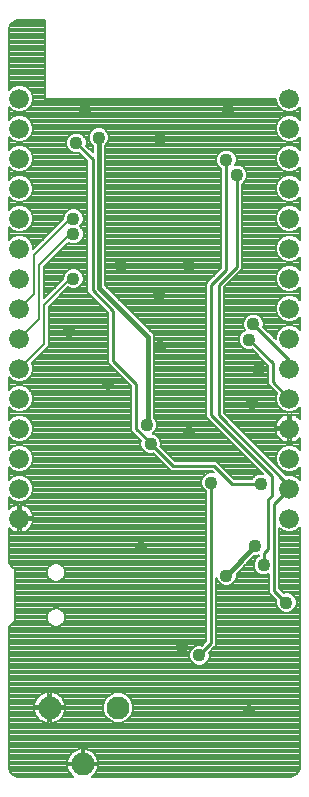
<source format=gbl>
G75*
%MOIN*%
%OFA0B0*%
%FSLAX25Y25*%
%IPPOS*%
%LPD*%
%AMOC8*
5,1,8,0,0,1.08239X$1,22.5*
%
%ADD10C,0.06600*%
%ADD11C,0.07677*%
%ADD12C,0.04362*%
%ADD13C,0.04165*%
%ADD14C,0.00800*%
%ADD15C,0.01600*%
%ADD16C,0.01000*%
D10*
X0026095Y0096400D03*
X0026095Y0106400D03*
X0026095Y0116400D03*
X0026095Y0126400D03*
X0026095Y0136400D03*
X0026095Y0146400D03*
X0026095Y0156400D03*
X0026095Y0166400D03*
X0026095Y0176400D03*
X0026095Y0186400D03*
X0026095Y0196400D03*
X0026095Y0206400D03*
X0026095Y0216400D03*
X0026095Y0226400D03*
X0026095Y0236400D03*
X0116095Y0236400D03*
X0116095Y0226400D03*
X0116095Y0216400D03*
X0116095Y0206400D03*
X0116095Y0196400D03*
X0116095Y0186400D03*
X0116095Y0176400D03*
X0116095Y0166400D03*
X0116095Y0156400D03*
X0116095Y0146400D03*
X0116095Y0136400D03*
X0116095Y0126400D03*
X0116095Y0116400D03*
X0116095Y0106400D03*
X0116095Y0096400D03*
D11*
X0059032Y0033400D03*
X0047221Y0014502D03*
X0036198Y0033400D03*
D12*
X0066495Y0086650D03*
X0069845Y0121400D03*
X0068595Y0127650D03*
X0072820Y0153550D03*
X0072595Y0170900D03*
X0082595Y0180900D03*
X0098595Y0210900D03*
X0095095Y0215900D03*
X0095595Y0232400D03*
X0073095Y0222900D03*
X0052595Y0223400D03*
X0048095Y0232400D03*
X0045095Y0221585D03*
X0044095Y0196400D03*
X0044095Y0191238D03*
X0044095Y0176400D03*
X0042595Y0158900D03*
X0060095Y0180900D03*
X0082745Y0124775D03*
X0090095Y0108400D03*
X0103595Y0134900D03*
X0105995Y0145900D03*
X0102595Y0156062D03*
X0104114Y0161224D03*
X0106595Y0107900D03*
X0104696Y0087400D03*
X0107595Y0080900D03*
X0115095Y0068400D03*
X0095095Y0077400D03*
X0086095Y0050775D03*
X0080245Y0053525D03*
D13*
X0102595Y0032400D03*
X0055545Y0141400D03*
D14*
X0022564Y0013198D02*
X0023102Y0011900D01*
X0024095Y0010907D01*
X0025393Y0010369D01*
X0026095Y0010300D01*
X0044093Y0010300D01*
X0043808Y0010507D01*
X0043225Y0011090D01*
X0042741Y0011757D01*
X0042366Y0012491D01*
X0042112Y0013276D01*
X0041983Y0014090D01*
X0041983Y0014102D01*
X0046821Y0014102D01*
X0046821Y0014902D01*
X0041983Y0014902D01*
X0041983Y0014915D01*
X0042112Y0015729D01*
X0042366Y0016513D01*
X0042741Y0017248D01*
X0043225Y0017915D01*
X0043808Y0018498D01*
X0044476Y0018983D01*
X0045210Y0019357D01*
X0045994Y0019612D01*
X0046809Y0019741D01*
X0046821Y0019741D01*
X0046821Y0014902D01*
X0047621Y0014902D01*
X0052460Y0014902D01*
X0052460Y0014915D01*
X0052331Y0015729D01*
X0052076Y0016513D01*
X0051702Y0017248D01*
X0051217Y0017915D01*
X0050634Y0018498D01*
X0049967Y0018983D01*
X0049232Y0019357D01*
X0048448Y0019612D01*
X0047633Y0019741D01*
X0047621Y0019741D01*
X0047621Y0014902D01*
X0047621Y0014102D01*
X0052460Y0014102D01*
X0052460Y0014090D01*
X0052331Y0013276D01*
X0052076Y0012491D01*
X0051702Y0011757D01*
X0051217Y0011090D01*
X0050634Y0010507D01*
X0050349Y0010300D01*
X0116095Y0010300D01*
X0116797Y0010369D01*
X0118095Y0010907D01*
X0119088Y0011900D01*
X0119626Y0013198D01*
X0119695Y0013900D01*
X0119695Y0093636D01*
X0118644Y0092585D01*
X0116990Y0091900D01*
X0115200Y0091900D01*
X0113546Y0092585D01*
X0112795Y0093336D01*
X0112795Y0073104D01*
X0114207Y0071692D01*
X0114423Y0071781D01*
X0115768Y0071781D01*
X0117010Y0071266D01*
X0117961Y0070315D01*
X0118476Y0069073D01*
X0118476Y0067727D01*
X0117961Y0066485D01*
X0117010Y0065534D01*
X0115768Y0065019D01*
X0114423Y0065019D01*
X0113180Y0065534D01*
X0112229Y0066485D01*
X0111714Y0067727D01*
X0111714Y0069073D01*
X0111803Y0069288D01*
X0110391Y0070700D01*
X0109395Y0071696D01*
X0109395Y0077986D01*
X0108268Y0077519D01*
X0106923Y0077519D01*
X0105680Y0078034D01*
X0104729Y0078985D01*
X0104214Y0080227D01*
X0104214Y0081573D01*
X0104729Y0082815D01*
X0105680Y0083766D01*
X0105895Y0083855D01*
X0105895Y0084237D01*
X0105369Y0084019D01*
X0104223Y0084019D01*
X0098476Y0078034D01*
X0098476Y0076727D01*
X0097961Y0075485D01*
X0097010Y0074534D01*
X0095768Y0074019D01*
X0094423Y0074019D01*
X0093180Y0074534D01*
X0092229Y0075485D01*
X0091795Y0076532D01*
X0091795Y0054071D01*
X0090799Y0053075D01*
X0089387Y0051663D01*
X0089476Y0051448D01*
X0089476Y0050102D01*
X0088961Y0048860D01*
X0088010Y0047909D01*
X0086768Y0047394D01*
X0085423Y0047394D01*
X0084180Y0047909D01*
X0083229Y0048860D01*
X0082714Y0050102D01*
X0082714Y0051448D01*
X0083229Y0052690D01*
X0084180Y0053641D01*
X0085423Y0054156D01*
X0086768Y0054156D01*
X0086983Y0054067D01*
X0088395Y0055479D01*
X0088395Y0105444D01*
X0088180Y0105534D01*
X0087229Y0106485D01*
X0086714Y0107727D01*
X0086714Y0109073D01*
X0087229Y0110315D01*
X0088180Y0111266D01*
X0089423Y0111781D01*
X0090768Y0111781D01*
X0090840Y0111751D01*
X0090391Y0112200D01*
X0076641Y0112200D01*
X0075645Y0113196D01*
X0070733Y0118108D01*
X0070518Y0118019D01*
X0069173Y0118019D01*
X0067930Y0118534D01*
X0066979Y0119485D01*
X0066464Y0120727D01*
X0066464Y0122073D01*
X0066576Y0122342D01*
X0064410Y0124508D01*
X0063414Y0125504D01*
X0063414Y0140427D01*
X0056641Y0147200D01*
X0055645Y0148196D01*
X0055645Y0164976D01*
X0049791Y0170830D01*
X0048795Y0171826D01*
X0048795Y0215481D01*
X0045983Y0218293D01*
X0045768Y0218204D01*
X0044423Y0218204D01*
X0043180Y0218719D01*
X0042229Y0219670D01*
X0041714Y0220912D01*
X0041714Y0222258D01*
X0042229Y0223500D01*
X0043180Y0224451D01*
X0044423Y0224966D01*
X0045768Y0224966D01*
X0047010Y0224451D01*
X0047961Y0223500D01*
X0048476Y0222258D01*
X0048476Y0220912D01*
X0048387Y0220697D01*
X0050595Y0218489D01*
X0050595Y0220618D01*
X0049729Y0221485D01*
X0049214Y0222727D01*
X0049214Y0224073D01*
X0049729Y0225315D01*
X0050680Y0226266D01*
X0051923Y0226781D01*
X0053268Y0226781D01*
X0054510Y0226266D01*
X0055461Y0225315D01*
X0055976Y0224073D01*
X0055976Y0222727D01*
X0055461Y0221485D01*
X0054595Y0220618D01*
X0054595Y0174228D01*
X0069867Y0158956D01*
X0071039Y0157785D01*
X0071039Y0129988D01*
X0071461Y0129565D01*
X0071976Y0128323D01*
X0071976Y0126977D01*
X0071461Y0125735D01*
X0070510Y0124784D01*
X0070504Y0124781D01*
X0070518Y0124781D01*
X0071760Y0124266D01*
X0072711Y0123315D01*
X0073226Y0122073D01*
X0073226Y0120727D01*
X0073137Y0120512D01*
X0078049Y0115600D01*
X0091799Y0115600D01*
X0092795Y0114604D01*
X0097799Y0109600D01*
X0103640Y0109600D01*
X0103729Y0109815D01*
X0104680Y0110766D01*
X0105923Y0111281D01*
X0107264Y0111281D01*
X0088395Y0130150D01*
X0088395Y0174904D01*
X0093414Y0179923D01*
X0093414Y0212937D01*
X0093180Y0213034D01*
X0092229Y0213985D01*
X0091714Y0215227D01*
X0091714Y0216573D01*
X0092229Y0217815D01*
X0093180Y0218766D01*
X0094423Y0219281D01*
X0095768Y0219281D01*
X0097010Y0218766D01*
X0097961Y0217815D01*
X0098476Y0216573D01*
X0098476Y0215227D01*
X0098084Y0214281D01*
X0099268Y0214281D01*
X0100510Y0213766D01*
X0101461Y0212815D01*
X0101976Y0211573D01*
X0101976Y0210227D01*
X0101461Y0208985D01*
X0100510Y0208034D01*
X0100295Y0207944D01*
X0100295Y0179450D01*
X0099299Y0178454D01*
X0094295Y0173450D01*
X0094295Y0131604D01*
X0115058Y0110841D01*
X0115200Y0110900D01*
X0116990Y0110900D01*
X0118644Y0110215D01*
X0119695Y0109164D01*
X0119695Y0113636D01*
X0118644Y0112585D01*
X0116990Y0111900D01*
X0115200Y0111900D01*
X0113546Y0112585D01*
X0112280Y0113851D01*
X0111595Y0115505D01*
X0111595Y0117295D01*
X0112280Y0118949D01*
X0113546Y0120215D01*
X0115200Y0120900D01*
X0116990Y0120900D01*
X0118644Y0120215D01*
X0119695Y0119164D01*
X0119695Y0123359D01*
X0119680Y0123338D01*
X0119157Y0122815D01*
X0118558Y0122380D01*
X0117899Y0122044D01*
X0117196Y0121816D01*
X0116495Y0121705D01*
X0116495Y0126000D01*
X0115695Y0126000D01*
X0111400Y0126000D01*
X0111511Y0125299D01*
X0111739Y0124596D01*
X0112075Y0123937D01*
X0112510Y0123338D01*
X0113033Y0122815D01*
X0113632Y0122380D01*
X0114291Y0122044D01*
X0114995Y0121816D01*
X0115695Y0121705D01*
X0115695Y0126000D01*
X0115695Y0126800D01*
X0111400Y0126800D01*
X0111511Y0127501D01*
X0111739Y0128204D01*
X0112075Y0128863D01*
X0112510Y0129462D01*
X0113033Y0129985D01*
X0113632Y0130420D01*
X0114291Y0130756D01*
X0114995Y0130984D01*
X0115695Y0131095D01*
X0115695Y0126800D01*
X0116495Y0126800D01*
X0116495Y0131095D01*
X0117196Y0130984D01*
X0117899Y0130756D01*
X0118558Y0130420D01*
X0119157Y0129985D01*
X0119680Y0129462D01*
X0119695Y0129441D01*
X0119695Y0133636D01*
X0118644Y0132585D01*
X0116990Y0131900D01*
X0115200Y0131900D01*
X0113546Y0132585D01*
X0112280Y0133851D01*
X0111595Y0135505D01*
X0111595Y0137295D01*
X0111947Y0138144D01*
X0109872Y0140219D01*
X0108876Y0141215D01*
X0108876Y0147377D01*
X0103483Y0152770D01*
X0103268Y0152681D01*
X0101923Y0152681D01*
X0100680Y0153196D01*
X0099729Y0154147D01*
X0099214Y0155390D01*
X0099214Y0156735D01*
X0099729Y0157977D01*
X0100680Y0158929D01*
X0101351Y0159206D01*
X0101248Y0159309D01*
X0100733Y0160552D01*
X0100733Y0161897D01*
X0101248Y0163140D01*
X0102199Y0164091D01*
X0103441Y0164605D01*
X0104787Y0164605D01*
X0106029Y0164091D01*
X0106980Y0163140D01*
X0107495Y0161897D01*
X0107495Y0160552D01*
X0107406Y0160337D01*
X0111595Y0156147D01*
X0111595Y0157295D01*
X0112280Y0158949D01*
X0113546Y0160215D01*
X0115200Y0160900D01*
X0116990Y0160900D01*
X0118644Y0160215D01*
X0119695Y0159164D01*
X0119695Y0163636D01*
X0118644Y0162585D01*
X0116990Y0161900D01*
X0115200Y0161900D01*
X0113546Y0162585D01*
X0112280Y0163851D01*
X0111595Y0165505D01*
X0111595Y0167295D01*
X0112280Y0168949D01*
X0113546Y0170215D01*
X0115200Y0170900D01*
X0116990Y0170900D01*
X0118644Y0170215D01*
X0119695Y0169164D01*
X0119695Y0173636D01*
X0118644Y0172585D01*
X0116990Y0171900D01*
X0115200Y0171900D01*
X0113546Y0172585D01*
X0112280Y0173851D01*
X0111595Y0175505D01*
X0111595Y0177295D01*
X0112280Y0178949D01*
X0113546Y0180215D01*
X0115200Y0180900D01*
X0116990Y0180900D01*
X0118644Y0180215D01*
X0119695Y0179164D01*
X0119695Y0183636D01*
X0118644Y0182585D01*
X0116990Y0181900D01*
X0115200Y0181900D01*
X0113546Y0182585D01*
X0112280Y0183851D01*
X0111595Y0185505D01*
X0111595Y0187295D01*
X0112280Y0188949D01*
X0113546Y0190215D01*
X0115200Y0190900D01*
X0116990Y0190900D01*
X0118644Y0190215D01*
X0119695Y0189164D01*
X0119695Y0193636D01*
X0118644Y0192585D01*
X0116990Y0191900D01*
X0115200Y0191900D01*
X0113546Y0192585D01*
X0112280Y0193851D01*
X0111595Y0195505D01*
X0111595Y0197295D01*
X0112280Y0198949D01*
X0113546Y0200215D01*
X0115200Y0200900D01*
X0116990Y0200900D01*
X0118644Y0200215D01*
X0119695Y0199164D01*
X0119695Y0203636D01*
X0118644Y0202585D01*
X0116990Y0201900D01*
X0115200Y0201900D01*
X0113546Y0202585D01*
X0112280Y0203851D01*
X0111595Y0205505D01*
X0111595Y0207295D01*
X0112280Y0208949D01*
X0113546Y0210215D01*
X0115200Y0210900D01*
X0116990Y0210900D01*
X0118644Y0210215D01*
X0119695Y0209164D01*
X0119695Y0213636D01*
X0118644Y0212585D01*
X0116990Y0211900D01*
X0115200Y0211900D01*
X0113546Y0212585D01*
X0112280Y0213851D01*
X0111595Y0215505D01*
X0111595Y0217295D01*
X0112280Y0218949D01*
X0113546Y0220215D01*
X0115200Y0220900D01*
X0116990Y0220900D01*
X0118644Y0220215D01*
X0119695Y0219164D01*
X0119695Y0223636D01*
X0118644Y0222585D01*
X0116990Y0221900D01*
X0115200Y0221900D01*
X0113546Y0222585D01*
X0112280Y0223851D01*
X0111595Y0225505D01*
X0111595Y0227295D01*
X0112280Y0228949D01*
X0113546Y0230215D01*
X0115200Y0230900D01*
X0116990Y0230900D01*
X0118644Y0230215D01*
X0119695Y0229164D01*
X0119695Y0233636D01*
X0118644Y0232585D01*
X0116990Y0231900D01*
X0115200Y0231900D01*
X0113546Y0232585D01*
X0112280Y0233851D01*
X0111595Y0235505D01*
X0111595Y0236400D01*
X0034695Y0236400D01*
X0034695Y0262500D01*
X0026095Y0262500D01*
X0025393Y0262431D01*
X0024095Y0261893D01*
X0023102Y0260900D01*
X0022564Y0259602D01*
X0022495Y0258900D01*
X0022495Y0239164D01*
X0023546Y0240215D01*
X0025200Y0240900D01*
X0026990Y0240900D01*
X0028644Y0240215D01*
X0029910Y0238949D01*
X0030595Y0237295D01*
X0030595Y0235505D01*
X0029910Y0233851D01*
X0028644Y0232585D01*
X0026990Y0231900D01*
X0025200Y0231900D01*
X0023546Y0232585D01*
X0022495Y0233636D01*
X0022495Y0229164D01*
X0023546Y0230215D01*
X0025200Y0230900D01*
X0026990Y0230900D01*
X0028644Y0230215D01*
X0029910Y0228949D01*
X0030595Y0227295D01*
X0030595Y0225505D01*
X0029910Y0223851D01*
X0028644Y0222585D01*
X0026990Y0221900D01*
X0025200Y0221900D01*
X0023546Y0222585D01*
X0022495Y0223636D01*
X0022495Y0219164D01*
X0023546Y0220215D01*
X0025200Y0220900D01*
X0026990Y0220900D01*
X0028644Y0220215D01*
X0029910Y0218949D01*
X0030595Y0217295D01*
X0030595Y0215505D01*
X0029910Y0213851D01*
X0028644Y0212585D01*
X0026990Y0211900D01*
X0025200Y0211900D01*
X0023546Y0212585D01*
X0022495Y0213636D01*
X0022495Y0209164D01*
X0023546Y0210215D01*
X0025200Y0210900D01*
X0026990Y0210900D01*
X0028644Y0210215D01*
X0029910Y0208949D01*
X0030595Y0207295D01*
X0030595Y0205505D01*
X0029910Y0203851D01*
X0028644Y0202585D01*
X0026990Y0201900D01*
X0025200Y0201900D01*
X0023546Y0202585D01*
X0022495Y0203636D01*
X0022495Y0199164D01*
X0023546Y0200215D01*
X0025200Y0200900D01*
X0026990Y0200900D01*
X0028644Y0200215D01*
X0029910Y0198949D01*
X0030595Y0197295D01*
X0030595Y0195505D01*
X0029910Y0193851D01*
X0028644Y0192585D01*
X0026990Y0191900D01*
X0025200Y0191900D01*
X0023546Y0192585D01*
X0022495Y0193636D01*
X0022495Y0189164D01*
X0023546Y0190215D01*
X0025200Y0190900D01*
X0026990Y0190900D01*
X0028644Y0190215D01*
X0029910Y0188949D01*
X0030595Y0187295D01*
X0030595Y0186147D01*
X0040714Y0196266D01*
X0040714Y0197073D01*
X0041229Y0198315D01*
X0042180Y0199266D01*
X0043423Y0199781D01*
X0044768Y0199781D01*
X0046010Y0199266D01*
X0046961Y0198315D01*
X0047476Y0197073D01*
X0047476Y0195727D01*
X0046961Y0194485D01*
X0046296Y0193819D01*
X0046961Y0193153D01*
X0047476Y0191910D01*
X0047476Y0190565D01*
X0046961Y0189323D01*
X0046010Y0188371D01*
X0044768Y0187857D01*
X0043423Y0187857D01*
X0042400Y0188280D01*
X0034295Y0180175D01*
X0034295Y0169863D01*
X0040714Y0176282D01*
X0040714Y0177073D01*
X0041229Y0178315D01*
X0042180Y0179266D01*
X0043423Y0179781D01*
X0044768Y0179781D01*
X0046010Y0179266D01*
X0046961Y0178315D01*
X0047476Y0177073D01*
X0047476Y0175727D01*
X0046961Y0174485D01*
X0046010Y0173534D01*
X0044768Y0173019D01*
X0043423Y0173019D01*
X0042400Y0173442D01*
X0035895Y0166937D01*
X0035895Y0153937D01*
X0030202Y0148244D01*
X0030595Y0147295D01*
X0030595Y0145505D01*
X0029910Y0143851D01*
X0028644Y0142585D01*
X0026990Y0141900D01*
X0025200Y0141900D01*
X0023546Y0142585D01*
X0022495Y0143636D01*
X0022495Y0139164D01*
X0023546Y0140215D01*
X0025200Y0140900D01*
X0026990Y0140900D01*
X0028644Y0140215D01*
X0029910Y0138949D01*
X0030595Y0137295D01*
X0030595Y0135505D01*
X0029910Y0133851D01*
X0028644Y0132585D01*
X0026990Y0131900D01*
X0025200Y0131900D01*
X0023546Y0132585D01*
X0022495Y0133636D01*
X0022495Y0129164D01*
X0023546Y0130215D01*
X0025200Y0130900D01*
X0026990Y0130900D01*
X0028644Y0130215D01*
X0029910Y0128949D01*
X0030595Y0127295D01*
X0030595Y0125505D01*
X0029910Y0123851D01*
X0028644Y0122585D01*
X0026990Y0121900D01*
X0025200Y0121900D01*
X0023546Y0122585D01*
X0022495Y0123636D01*
X0022495Y0119164D01*
X0023546Y0120215D01*
X0025200Y0120900D01*
X0026990Y0120900D01*
X0028644Y0120215D01*
X0029910Y0118949D01*
X0030595Y0117295D01*
X0030595Y0115505D01*
X0029910Y0113851D01*
X0028644Y0112585D01*
X0026990Y0111900D01*
X0025200Y0111900D01*
X0023546Y0112585D01*
X0022495Y0113636D01*
X0022495Y0109164D01*
X0023546Y0110215D01*
X0025200Y0110900D01*
X0026990Y0110900D01*
X0028644Y0110215D01*
X0029910Y0108949D01*
X0030595Y0107295D01*
X0030595Y0105505D01*
X0029910Y0103851D01*
X0028644Y0102585D01*
X0026990Y0101900D01*
X0025200Y0101900D01*
X0023546Y0102585D01*
X0022495Y0103636D01*
X0022495Y0099441D01*
X0022510Y0099462D01*
X0023033Y0099985D01*
X0023632Y0100420D01*
X0024291Y0100756D01*
X0024995Y0100984D01*
X0025695Y0101095D01*
X0025695Y0096800D01*
X0026495Y0096800D01*
X0026495Y0101095D01*
X0027196Y0100984D01*
X0027899Y0100756D01*
X0028558Y0100420D01*
X0029157Y0099985D01*
X0029680Y0099462D01*
X0030115Y0098863D01*
X0030451Y0098204D01*
X0030679Y0097501D01*
X0030790Y0096800D01*
X0026495Y0096800D01*
X0026495Y0096000D01*
X0026495Y0091705D01*
X0027196Y0091816D01*
X0027899Y0092044D01*
X0028558Y0092380D01*
X0029157Y0092815D01*
X0029680Y0093338D01*
X0030115Y0093937D01*
X0030451Y0094596D01*
X0030679Y0095299D01*
X0030790Y0096000D01*
X0026495Y0096000D01*
X0025695Y0096000D01*
X0025695Y0091705D01*
X0024995Y0091816D01*
X0024291Y0092044D01*
X0023632Y0092380D01*
X0023033Y0092815D01*
X0022510Y0093338D01*
X0022495Y0093359D01*
X0022495Y0081480D01*
X0023675Y0080300D01*
X0023675Y0080300D01*
X0024495Y0079480D01*
X0024495Y0062320D01*
X0022495Y0060320D01*
X0022495Y0013900D01*
X0022564Y0013198D01*
X0022691Y0012893D02*
X0042236Y0012893D01*
X0042046Y0013691D02*
X0022516Y0013691D01*
X0022495Y0014490D02*
X0046821Y0014490D01*
X0046821Y0015288D02*
X0047621Y0015288D01*
X0047621Y0014490D02*
X0119695Y0014490D01*
X0119695Y0015288D02*
X0052401Y0015288D01*
X0052215Y0016087D02*
X0119695Y0016087D01*
X0119695Y0016885D02*
X0051886Y0016885D01*
X0051385Y0017684D02*
X0119695Y0017684D01*
X0119695Y0018482D02*
X0050650Y0018482D01*
X0049382Y0019281D02*
X0119695Y0019281D01*
X0119695Y0020079D02*
X0022495Y0020079D01*
X0022495Y0019281D02*
X0045060Y0019281D01*
X0043792Y0018482D02*
X0022495Y0018482D01*
X0022495Y0017684D02*
X0043057Y0017684D01*
X0042556Y0016885D02*
X0022495Y0016885D01*
X0022495Y0016087D02*
X0042228Y0016087D01*
X0042042Y0015288D02*
X0022495Y0015288D01*
X0023021Y0012094D02*
X0042569Y0012094D01*
X0043076Y0011296D02*
X0023706Y0011296D01*
X0025084Y0010497D02*
X0043822Y0010497D01*
X0046821Y0016087D02*
X0047621Y0016087D01*
X0047621Y0016885D02*
X0046821Y0016885D01*
X0046821Y0017684D02*
X0047621Y0017684D01*
X0047621Y0018482D02*
X0046821Y0018482D01*
X0046821Y0019281D02*
X0047621Y0019281D01*
X0052396Y0013691D02*
X0119675Y0013691D01*
X0119500Y0012893D02*
X0052206Y0012893D01*
X0051873Y0012094D02*
X0119169Y0012094D01*
X0118484Y0011296D02*
X0051366Y0011296D01*
X0050621Y0010497D02*
X0117106Y0010497D01*
X0119695Y0020878D02*
X0022495Y0020878D01*
X0022495Y0021676D02*
X0119695Y0021676D01*
X0119695Y0022475D02*
X0022495Y0022475D01*
X0022495Y0023273D02*
X0119695Y0023273D01*
X0119695Y0024072D02*
X0022495Y0024072D01*
X0022495Y0024870D02*
X0119695Y0024870D01*
X0119695Y0025669D02*
X0022495Y0025669D01*
X0022495Y0026467D02*
X0119695Y0026467D01*
X0119695Y0027266D02*
X0022495Y0027266D01*
X0022495Y0028064D02*
X0119695Y0028064D01*
X0119695Y0028863D02*
X0061245Y0028863D01*
X0061886Y0029128D02*
X0060034Y0028361D01*
X0058030Y0028361D01*
X0056178Y0029128D01*
X0054761Y0030546D01*
X0053994Y0032398D01*
X0053994Y0034402D01*
X0054761Y0036254D01*
X0056178Y0037671D01*
X0058030Y0038439D01*
X0060034Y0038439D01*
X0061886Y0037671D01*
X0063304Y0036254D01*
X0064071Y0034402D01*
X0064071Y0032398D01*
X0063304Y0030546D01*
X0061886Y0029128D01*
X0062419Y0029661D02*
X0119695Y0029661D01*
X0119695Y0030460D02*
X0063218Y0030460D01*
X0063599Y0031258D02*
X0119695Y0031258D01*
X0119695Y0032057D02*
X0063930Y0032057D01*
X0064071Y0032855D02*
X0119695Y0032855D01*
X0119695Y0033654D02*
X0064071Y0033654D01*
X0064050Y0034452D02*
X0119695Y0034452D01*
X0119695Y0035251D02*
X0063719Y0035251D01*
X0063388Y0036049D02*
X0119695Y0036049D01*
X0119695Y0036848D02*
X0062710Y0036848D01*
X0061911Y0037646D02*
X0119695Y0037646D01*
X0119695Y0038445D02*
X0037623Y0038445D01*
X0037424Y0038510D02*
X0036610Y0038639D01*
X0036597Y0038639D01*
X0036597Y0033800D01*
X0035798Y0033800D01*
X0035798Y0038639D01*
X0035785Y0038639D01*
X0034971Y0038510D01*
X0034187Y0038255D01*
X0033452Y0037880D01*
X0032785Y0037396D01*
X0032202Y0036813D01*
X0031717Y0036146D01*
X0031343Y0035411D01*
X0031088Y0034627D01*
X0030959Y0033812D01*
X0030959Y0033800D01*
X0035797Y0033800D01*
X0035797Y0033000D01*
X0030959Y0033000D01*
X0030959Y0032988D01*
X0031088Y0032173D01*
X0031343Y0031389D01*
X0031717Y0030654D01*
X0032202Y0029987D01*
X0032785Y0029404D01*
X0033452Y0028920D01*
X0034187Y0028545D01*
X0034971Y0028290D01*
X0035785Y0028161D01*
X0035798Y0028161D01*
X0035798Y0033000D01*
X0036597Y0033000D01*
X0036597Y0028161D01*
X0036610Y0028161D01*
X0037424Y0028290D01*
X0038208Y0028545D01*
X0038943Y0028920D01*
X0039610Y0029404D01*
X0040193Y0029987D01*
X0040678Y0030654D01*
X0041052Y0031389D01*
X0041307Y0032173D01*
X0041436Y0032988D01*
X0041436Y0033000D01*
X0036598Y0033000D01*
X0036598Y0033800D01*
X0041436Y0033800D01*
X0041436Y0033812D01*
X0041307Y0034627D01*
X0041052Y0035411D01*
X0040678Y0036146D01*
X0040193Y0036813D01*
X0039610Y0037396D01*
X0038943Y0037880D01*
X0038208Y0038255D01*
X0037424Y0038510D01*
X0036597Y0038445D02*
X0035798Y0038445D01*
X0035798Y0037646D02*
X0036597Y0037646D01*
X0036597Y0036848D02*
X0035798Y0036848D01*
X0035798Y0036049D02*
X0036597Y0036049D01*
X0036597Y0035251D02*
X0035798Y0035251D01*
X0035798Y0034452D02*
X0036597Y0034452D01*
X0036598Y0033654D02*
X0053994Y0033654D01*
X0054014Y0034452D02*
X0041335Y0034452D01*
X0041104Y0035251D02*
X0054345Y0035251D01*
X0054676Y0036049D02*
X0040727Y0036049D01*
X0040158Y0036848D02*
X0055354Y0036848D01*
X0056153Y0037646D02*
X0039265Y0037646D01*
X0041415Y0032855D02*
X0053994Y0032855D01*
X0054135Y0032057D02*
X0041269Y0032057D01*
X0040986Y0031258D02*
X0054466Y0031258D01*
X0054847Y0030460D02*
X0040537Y0030460D01*
X0039867Y0029661D02*
X0055645Y0029661D01*
X0056819Y0028863D02*
X0038832Y0028863D01*
X0036597Y0028863D02*
X0035798Y0028863D01*
X0035798Y0029661D02*
X0036597Y0029661D01*
X0036597Y0030460D02*
X0035798Y0030460D01*
X0035798Y0031258D02*
X0036597Y0031258D01*
X0036597Y0032057D02*
X0035798Y0032057D01*
X0035798Y0032855D02*
X0036597Y0032855D01*
X0035797Y0033654D02*
X0022495Y0033654D01*
X0022495Y0034452D02*
X0031060Y0034452D01*
X0031291Y0035251D02*
X0022495Y0035251D01*
X0022495Y0036049D02*
X0031668Y0036049D01*
X0032237Y0036848D02*
X0022495Y0036848D01*
X0022495Y0037646D02*
X0033130Y0037646D01*
X0034772Y0038445D02*
X0022495Y0038445D01*
X0022495Y0039243D02*
X0119695Y0039243D01*
X0119695Y0040042D02*
X0022495Y0040042D01*
X0022495Y0040840D02*
X0119695Y0040840D01*
X0119695Y0041639D02*
X0022495Y0041639D01*
X0022495Y0042437D02*
X0119695Y0042437D01*
X0119695Y0043236D02*
X0022495Y0043236D01*
X0022495Y0044034D02*
X0119695Y0044034D01*
X0119695Y0044833D02*
X0022495Y0044833D01*
X0022495Y0045632D02*
X0119695Y0045632D01*
X0119695Y0046430D02*
X0022495Y0046430D01*
X0022495Y0047229D02*
X0119695Y0047229D01*
X0119695Y0048027D02*
X0088129Y0048027D01*
X0088927Y0048826D02*
X0119695Y0048826D01*
X0119695Y0049624D02*
X0089278Y0049624D01*
X0089476Y0050423D02*
X0119695Y0050423D01*
X0119695Y0051221D02*
X0089476Y0051221D01*
X0089744Y0052020D02*
X0119695Y0052020D01*
X0119695Y0052818D02*
X0090542Y0052818D01*
X0091341Y0053617D02*
X0119695Y0053617D01*
X0119695Y0054415D02*
X0091795Y0054415D01*
X0091795Y0055214D02*
X0119695Y0055214D01*
X0119695Y0056012D02*
X0091795Y0056012D01*
X0091795Y0056811D02*
X0119695Y0056811D01*
X0119695Y0057609D02*
X0091795Y0057609D01*
X0091795Y0058408D02*
X0119695Y0058408D01*
X0119695Y0059206D02*
X0091795Y0059206D01*
X0091795Y0060005D02*
X0119695Y0060005D01*
X0119695Y0060803D02*
X0091795Y0060803D01*
X0091795Y0061602D02*
X0119695Y0061602D01*
X0119695Y0062400D02*
X0091795Y0062400D01*
X0091795Y0063199D02*
X0119695Y0063199D01*
X0119695Y0063997D02*
X0091795Y0063997D01*
X0091795Y0064796D02*
X0119695Y0064796D01*
X0119695Y0065594D02*
X0117071Y0065594D01*
X0117870Y0066393D02*
X0119695Y0066393D01*
X0119695Y0067191D02*
X0118254Y0067191D01*
X0118476Y0067990D02*
X0119695Y0067990D01*
X0119695Y0068788D02*
X0118476Y0068788D01*
X0118263Y0069587D02*
X0119695Y0069587D01*
X0119695Y0070385D02*
X0117891Y0070385D01*
X0117093Y0071184D02*
X0119695Y0071184D01*
X0119695Y0071982D02*
X0113917Y0071982D01*
X0113118Y0072781D02*
X0119695Y0072781D01*
X0119695Y0073579D02*
X0112795Y0073579D01*
X0112795Y0074378D02*
X0119695Y0074378D01*
X0119695Y0075176D02*
X0112795Y0075176D01*
X0112795Y0075975D02*
X0119695Y0075975D01*
X0119695Y0076773D02*
X0112795Y0076773D01*
X0112795Y0077572D02*
X0119695Y0077572D01*
X0119695Y0078370D02*
X0112795Y0078370D01*
X0112795Y0079169D02*
X0119695Y0079169D01*
X0119695Y0079968D02*
X0112795Y0079968D01*
X0112795Y0080766D02*
X0119695Y0080766D01*
X0119695Y0081565D02*
X0112795Y0081565D01*
X0112795Y0082363D02*
X0119695Y0082363D01*
X0119695Y0083162D02*
X0112795Y0083162D01*
X0112795Y0083960D02*
X0119695Y0083960D01*
X0119695Y0084759D02*
X0112795Y0084759D01*
X0112795Y0085557D02*
X0119695Y0085557D01*
X0119695Y0086356D02*
X0112795Y0086356D01*
X0112795Y0087154D02*
X0119695Y0087154D01*
X0119695Y0087953D02*
X0112795Y0087953D01*
X0112795Y0088751D02*
X0119695Y0088751D01*
X0119695Y0089550D02*
X0112795Y0089550D01*
X0112795Y0090348D02*
X0119695Y0090348D01*
X0119695Y0091147D02*
X0112795Y0091147D01*
X0112795Y0091945D02*
X0115091Y0091945D01*
X0117099Y0091945D02*
X0119695Y0091945D01*
X0119695Y0092744D02*
X0118803Y0092744D01*
X0119601Y0093542D02*
X0119695Y0093542D01*
X0113387Y0092744D02*
X0112795Y0092744D01*
X0105895Y0083960D02*
X0104166Y0083960D01*
X0103399Y0083162D02*
X0105075Y0083162D01*
X0104541Y0082363D02*
X0102633Y0082363D01*
X0101866Y0081565D02*
X0104214Y0081565D01*
X0104214Y0080766D02*
X0101099Y0080766D01*
X0100333Y0079968D02*
X0104322Y0079968D01*
X0104652Y0079169D02*
X0099566Y0079169D01*
X0098800Y0078370D02*
X0105343Y0078370D01*
X0106794Y0077572D02*
X0098476Y0077572D01*
X0098476Y0076773D02*
X0109395Y0076773D01*
X0109395Y0075975D02*
X0098165Y0075975D01*
X0097653Y0075176D02*
X0109395Y0075176D01*
X0109395Y0074378D02*
X0096634Y0074378D01*
X0093556Y0074378D02*
X0091795Y0074378D01*
X0091795Y0075176D02*
X0092537Y0075176D01*
X0092026Y0075975D02*
X0091795Y0075975D01*
X0091795Y0073579D02*
X0109395Y0073579D01*
X0109395Y0072781D02*
X0091795Y0072781D01*
X0091795Y0071982D02*
X0109395Y0071982D01*
X0109907Y0071184D02*
X0091795Y0071184D01*
X0091795Y0070385D02*
X0110706Y0070385D01*
X0111504Y0069587D02*
X0091795Y0069587D01*
X0091795Y0068788D02*
X0111714Y0068788D01*
X0111714Y0067990D02*
X0091795Y0067990D01*
X0091795Y0067191D02*
X0111936Y0067191D01*
X0112321Y0066393D02*
X0091795Y0066393D01*
X0091795Y0065594D02*
X0113119Y0065594D01*
X0109395Y0077572D02*
X0108396Y0077572D01*
X0104224Y0110311D02*
X0097088Y0110311D01*
X0096290Y0111109D02*
X0105508Y0111109D01*
X0106637Y0111908D02*
X0095491Y0111908D01*
X0094693Y0112706D02*
X0105839Y0112706D01*
X0105040Y0113505D02*
X0093894Y0113505D01*
X0093096Y0114303D02*
X0104242Y0114303D01*
X0103443Y0115102D02*
X0092297Y0115102D01*
X0090683Y0111908D02*
X0027009Y0111908D01*
X0028766Y0112706D02*
X0076134Y0112706D01*
X0075336Y0113505D02*
X0029564Y0113505D01*
X0030097Y0114303D02*
X0074537Y0114303D01*
X0073739Y0115102D02*
X0030428Y0115102D01*
X0030595Y0115901D02*
X0072940Y0115901D01*
X0072142Y0116699D02*
X0030595Y0116699D01*
X0030511Y0117498D02*
X0071343Y0117498D01*
X0068503Y0118296D02*
X0030181Y0118296D01*
X0029765Y0119095D02*
X0067369Y0119095D01*
X0066810Y0119893D02*
X0028966Y0119893D01*
X0027493Y0120692D02*
X0066479Y0120692D01*
X0066464Y0121490D02*
X0022495Y0121490D01*
X0022495Y0120692D02*
X0024697Y0120692D01*
X0024262Y0122289D02*
X0022495Y0122289D01*
X0022495Y0123087D02*
X0023044Y0123087D01*
X0023224Y0119893D02*
X0022495Y0119893D01*
X0022495Y0113505D02*
X0022626Y0113505D01*
X0022495Y0112706D02*
X0023425Y0112706D01*
X0022495Y0111908D02*
X0025181Y0111908D01*
X0023778Y0110311D02*
X0022495Y0110311D01*
X0022495Y0111109D02*
X0088023Y0111109D01*
X0087227Y0110311D02*
X0028412Y0110311D01*
X0029347Y0109512D02*
X0086896Y0109512D01*
X0086714Y0108714D02*
X0030007Y0108714D01*
X0030338Y0107915D02*
X0086714Y0107915D01*
X0086967Y0107117D02*
X0030595Y0107117D01*
X0030595Y0106318D02*
X0087395Y0106318D01*
X0088213Y0105520D02*
X0030595Y0105520D01*
X0030271Y0104721D02*
X0088395Y0104721D01*
X0088395Y0103923D02*
X0029940Y0103923D01*
X0029183Y0103124D02*
X0088395Y0103124D01*
X0088395Y0102326D02*
X0028018Y0102326D01*
X0027952Y0100729D02*
X0088395Y0100729D01*
X0088395Y0101527D02*
X0022495Y0101527D01*
X0022495Y0100729D02*
X0024238Y0100729D01*
X0025695Y0100729D02*
X0026495Y0100729D01*
X0026495Y0099930D02*
X0025695Y0099930D01*
X0025695Y0099132D02*
X0026495Y0099132D01*
X0026495Y0098333D02*
X0025695Y0098333D01*
X0025695Y0097535D02*
X0026495Y0097535D01*
X0026495Y0096736D02*
X0088395Y0096736D01*
X0088395Y0095938D02*
X0030780Y0095938D01*
X0030627Y0095139D02*
X0088395Y0095139D01*
X0088395Y0094341D02*
X0030321Y0094341D01*
X0029828Y0093542D02*
X0088395Y0093542D01*
X0088395Y0092744D02*
X0029059Y0092744D01*
X0027594Y0091945D02*
X0088395Y0091945D01*
X0088395Y0091147D02*
X0022495Y0091147D01*
X0022495Y0091945D02*
X0024596Y0091945D01*
X0025695Y0091945D02*
X0026495Y0091945D01*
X0026495Y0092744D02*
X0025695Y0092744D01*
X0025695Y0093542D02*
X0026495Y0093542D01*
X0026495Y0094341D02*
X0025695Y0094341D01*
X0025695Y0095139D02*
X0026495Y0095139D01*
X0026495Y0095938D02*
X0025695Y0095938D01*
X0023131Y0092744D02*
X0022495Y0092744D01*
X0022495Y0090348D02*
X0088395Y0090348D01*
X0088395Y0089550D02*
X0022495Y0089550D01*
X0022495Y0088751D02*
X0088395Y0088751D01*
X0088395Y0087953D02*
X0022495Y0087953D01*
X0022495Y0087154D02*
X0088395Y0087154D01*
X0088395Y0086356D02*
X0022495Y0086356D01*
X0022495Y0085557D02*
X0088395Y0085557D01*
X0088395Y0084759D02*
X0022495Y0084759D01*
X0022495Y0083960D02*
X0088395Y0083960D01*
X0088395Y0083162D02*
X0022495Y0083162D01*
X0022495Y0082363D02*
X0088395Y0082363D01*
X0088395Y0081565D02*
X0022495Y0081565D01*
X0023209Y0080766D02*
X0036396Y0080766D01*
X0036616Y0080986D02*
X0035751Y0080121D01*
X0035283Y0078992D01*
X0035283Y0077769D01*
X0035751Y0076639D01*
X0036616Y0075775D01*
X0037745Y0075307D01*
X0038968Y0075307D01*
X0040097Y0075775D01*
X0040962Y0076639D01*
X0041430Y0077769D01*
X0041430Y0078992D01*
X0040962Y0080121D01*
X0040097Y0080986D01*
X0038968Y0081454D01*
X0037745Y0081454D01*
X0036616Y0080986D01*
X0035688Y0079968D02*
X0024008Y0079968D01*
X0024495Y0079169D02*
X0035357Y0079169D01*
X0035283Y0078370D02*
X0024495Y0078370D01*
X0024495Y0077572D02*
X0035365Y0077572D01*
X0035696Y0076773D02*
X0024495Y0076773D01*
X0024495Y0075975D02*
X0036416Y0075975D01*
X0040297Y0075975D02*
X0088395Y0075975D01*
X0088395Y0076773D02*
X0041017Y0076773D01*
X0041348Y0077572D02*
X0088395Y0077572D01*
X0088395Y0078370D02*
X0041430Y0078370D01*
X0041356Y0079169D02*
X0088395Y0079169D01*
X0088395Y0079968D02*
X0041026Y0079968D01*
X0040317Y0080766D02*
X0088395Y0080766D01*
X0088395Y0075176D02*
X0024495Y0075176D01*
X0024495Y0074378D02*
X0088395Y0074378D01*
X0088395Y0073579D02*
X0024495Y0073579D01*
X0024495Y0072781D02*
X0088395Y0072781D01*
X0088395Y0071982D02*
X0024495Y0071982D01*
X0024495Y0071184D02*
X0088395Y0071184D01*
X0088395Y0070385D02*
X0024495Y0070385D01*
X0024495Y0069587D02*
X0088395Y0069587D01*
X0088395Y0068788D02*
X0024495Y0068788D01*
X0024495Y0067990D02*
X0088395Y0067990D01*
X0088395Y0067191D02*
X0024495Y0067191D01*
X0024495Y0066393D02*
X0037504Y0066393D01*
X0037745Y0066493D02*
X0036616Y0066025D01*
X0035751Y0065161D01*
X0035283Y0064031D01*
X0035283Y0062808D01*
X0035751Y0061679D01*
X0036616Y0060814D01*
X0037745Y0060346D01*
X0038968Y0060346D01*
X0040097Y0060814D01*
X0040962Y0061679D01*
X0041430Y0062808D01*
X0041430Y0064031D01*
X0040962Y0065161D01*
X0040097Y0066025D01*
X0038968Y0066493D01*
X0037745Y0066493D01*
X0036185Y0065594D02*
X0024495Y0065594D01*
X0024495Y0064796D02*
X0035600Y0064796D01*
X0035283Y0063997D02*
X0024495Y0063997D01*
X0024495Y0063199D02*
X0035283Y0063199D01*
X0035452Y0062400D02*
X0024495Y0062400D01*
X0023777Y0061602D02*
X0035828Y0061602D01*
X0036642Y0060803D02*
X0022978Y0060803D01*
X0022495Y0060005D02*
X0088395Y0060005D01*
X0088395Y0060803D02*
X0040071Y0060803D01*
X0040885Y0061602D02*
X0088395Y0061602D01*
X0088395Y0062400D02*
X0041261Y0062400D01*
X0041430Y0063199D02*
X0088395Y0063199D01*
X0088395Y0063997D02*
X0041430Y0063997D01*
X0041113Y0064796D02*
X0088395Y0064796D01*
X0088395Y0065594D02*
X0040528Y0065594D01*
X0039209Y0066393D02*
X0088395Y0066393D01*
X0088395Y0059206D02*
X0022495Y0059206D01*
X0022495Y0058408D02*
X0088395Y0058408D01*
X0088395Y0057609D02*
X0022495Y0057609D01*
X0022495Y0056811D02*
X0088395Y0056811D01*
X0088395Y0056012D02*
X0022495Y0056012D01*
X0022495Y0055214D02*
X0088130Y0055214D01*
X0087331Y0054415D02*
X0022495Y0054415D01*
X0022495Y0053617D02*
X0084155Y0053617D01*
X0083357Y0052818D02*
X0022495Y0052818D01*
X0022495Y0052020D02*
X0082951Y0052020D01*
X0082714Y0051221D02*
X0022495Y0051221D01*
X0022495Y0050423D02*
X0082714Y0050423D01*
X0082912Y0049624D02*
X0022495Y0049624D01*
X0022495Y0048826D02*
X0083263Y0048826D01*
X0084061Y0048027D02*
X0022495Y0048027D01*
X0022495Y0032855D02*
X0030980Y0032855D01*
X0031126Y0032057D02*
X0022495Y0032057D01*
X0022495Y0031258D02*
X0031409Y0031258D01*
X0031858Y0030460D02*
X0022495Y0030460D01*
X0022495Y0029661D02*
X0032528Y0029661D01*
X0033563Y0028863D02*
X0022495Y0028863D01*
X0030668Y0097535D02*
X0088395Y0097535D01*
X0088395Y0098333D02*
X0030385Y0098333D01*
X0029920Y0099132D02*
X0088395Y0099132D01*
X0088395Y0099930D02*
X0029212Y0099930D01*
X0024172Y0102326D02*
X0022495Y0102326D01*
X0022495Y0103124D02*
X0023007Y0103124D01*
X0022979Y0099930D02*
X0022495Y0099930D01*
X0022495Y0109512D02*
X0022844Y0109512D01*
X0027928Y0122289D02*
X0066554Y0122289D01*
X0065831Y0123087D02*
X0029146Y0123087D01*
X0029924Y0123886D02*
X0065032Y0123886D01*
X0064234Y0124684D02*
X0030255Y0124684D01*
X0030586Y0125483D02*
X0063435Y0125483D01*
X0063414Y0126281D02*
X0030595Y0126281D01*
X0030595Y0127080D02*
X0063414Y0127080D01*
X0063414Y0127878D02*
X0030354Y0127878D01*
X0030023Y0128677D02*
X0063414Y0128677D01*
X0063414Y0129475D02*
X0029384Y0129475D01*
X0028502Y0130274D02*
X0063414Y0130274D01*
X0063414Y0131072D02*
X0022495Y0131072D01*
X0022495Y0130274D02*
X0023688Y0130274D01*
X0022806Y0129475D02*
X0022495Y0129475D01*
X0022495Y0131871D02*
X0063414Y0131871D01*
X0063414Y0132669D02*
X0028728Y0132669D01*
X0029527Y0133468D02*
X0063414Y0133468D01*
X0063414Y0134266D02*
X0030082Y0134266D01*
X0030413Y0135065D02*
X0063414Y0135065D01*
X0063414Y0135863D02*
X0030595Y0135863D01*
X0030595Y0136662D02*
X0063414Y0136662D01*
X0063414Y0137460D02*
X0030527Y0137460D01*
X0030196Y0138259D02*
X0063414Y0138259D01*
X0063414Y0139057D02*
X0029802Y0139057D01*
X0029003Y0139856D02*
X0063414Y0139856D01*
X0063187Y0140654D02*
X0027583Y0140654D01*
X0027839Y0142251D02*
X0061590Y0142251D01*
X0062388Y0141453D02*
X0022495Y0141453D01*
X0022495Y0142251D02*
X0024352Y0142251D01*
X0023081Y0143050D02*
X0022495Y0143050D01*
X0022495Y0140654D02*
X0024607Y0140654D01*
X0023187Y0139856D02*
X0022495Y0139856D01*
X0022495Y0133468D02*
X0022663Y0133468D01*
X0022495Y0132669D02*
X0023462Y0132669D01*
X0029109Y0143050D02*
X0060791Y0143050D01*
X0059993Y0143848D02*
X0029908Y0143848D01*
X0030240Y0144647D02*
X0059194Y0144647D01*
X0058396Y0145445D02*
X0030570Y0145445D01*
X0030595Y0146244D02*
X0057597Y0146244D01*
X0056799Y0147042D02*
X0030595Y0147042D01*
X0030369Y0147841D02*
X0056000Y0147841D01*
X0055645Y0148639D02*
X0030597Y0148639D01*
X0031396Y0149438D02*
X0055645Y0149438D01*
X0055645Y0150237D02*
X0032194Y0150237D01*
X0032993Y0151035D02*
X0055645Y0151035D01*
X0055645Y0151834D02*
X0033791Y0151834D01*
X0034590Y0152632D02*
X0055645Y0152632D01*
X0055645Y0153431D02*
X0035388Y0153431D01*
X0035895Y0154229D02*
X0055645Y0154229D01*
X0055645Y0155028D02*
X0035895Y0155028D01*
X0035895Y0155826D02*
X0055645Y0155826D01*
X0055645Y0156625D02*
X0035895Y0156625D01*
X0035895Y0157423D02*
X0055645Y0157423D01*
X0055645Y0158222D02*
X0035895Y0158222D01*
X0035895Y0159020D02*
X0055645Y0159020D01*
X0055645Y0159819D02*
X0035895Y0159819D01*
X0035895Y0160617D02*
X0055645Y0160617D01*
X0055645Y0161416D02*
X0035895Y0161416D01*
X0035895Y0162214D02*
X0055645Y0162214D01*
X0055645Y0163013D02*
X0035895Y0163013D01*
X0035895Y0163811D02*
X0055645Y0163811D01*
X0055645Y0164610D02*
X0035895Y0164610D01*
X0035895Y0165408D02*
X0055213Y0165408D01*
X0054414Y0166207D02*
X0035895Y0166207D01*
X0035963Y0167005D02*
X0053616Y0167005D01*
X0052817Y0167804D02*
X0036762Y0167804D01*
X0037560Y0168602D02*
X0052019Y0168602D01*
X0051220Y0169401D02*
X0038359Y0169401D01*
X0039157Y0170199D02*
X0050422Y0170199D01*
X0049623Y0170998D02*
X0039956Y0170998D01*
X0040754Y0171796D02*
X0048825Y0171796D01*
X0048795Y0172595D02*
X0041553Y0172595D01*
X0042351Y0173393D02*
X0042519Y0173393D01*
X0043095Y0176400D02*
X0044095Y0176400D01*
X0043095Y0176400D02*
X0034295Y0167600D01*
X0034295Y0154600D01*
X0026095Y0146400D01*
X0026095Y0156400D02*
X0032695Y0163000D01*
X0032695Y0180838D01*
X0043095Y0191238D01*
X0044095Y0191238D01*
X0047208Y0192558D02*
X0048795Y0192558D01*
X0048795Y0193356D02*
X0046758Y0193356D01*
X0046631Y0194155D02*
X0048795Y0194155D01*
X0048795Y0194953D02*
X0047155Y0194953D01*
X0047476Y0195752D02*
X0048795Y0195752D01*
X0048795Y0196550D02*
X0047476Y0196550D01*
X0047362Y0197349D02*
X0048795Y0197349D01*
X0048795Y0198147D02*
X0047031Y0198147D01*
X0046331Y0198946D02*
X0048795Y0198946D01*
X0048795Y0199744D02*
X0044857Y0199744D01*
X0044095Y0196400D02*
X0043111Y0196400D01*
X0031303Y0184592D01*
X0031095Y0184400D01*
X0031095Y0171400D01*
X0026095Y0166400D01*
X0034295Y0170199D02*
X0034632Y0170199D01*
X0034295Y0170998D02*
X0035430Y0170998D01*
X0036229Y0171796D02*
X0034295Y0171796D01*
X0034295Y0172595D02*
X0037027Y0172595D01*
X0037826Y0173393D02*
X0034295Y0173393D01*
X0034295Y0174192D02*
X0038624Y0174192D01*
X0039423Y0174990D02*
X0034295Y0174990D01*
X0034295Y0175789D02*
X0040221Y0175789D01*
X0040714Y0176587D02*
X0034295Y0176587D01*
X0034295Y0177386D02*
X0040844Y0177386D01*
X0041175Y0178184D02*
X0034295Y0178184D01*
X0034295Y0178983D02*
X0041896Y0178983D01*
X0037894Y0183774D02*
X0048795Y0183774D01*
X0048795Y0184572D02*
X0038693Y0184572D01*
X0039491Y0185371D02*
X0048795Y0185371D01*
X0048795Y0186170D02*
X0040290Y0186170D01*
X0041088Y0186968D02*
X0048795Y0186968D01*
X0048795Y0187767D02*
X0041887Y0187767D01*
X0037805Y0193356D02*
X0029415Y0193356D01*
X0030036Y0194155D02*
X0038603Y0194155D01*
X0039402Y0194953D02*
X0030367Y0194953D01*
X0030595Y0195752D02*
X0040200Y0195752D01*
X0040714Y0196550D02*
X0030595Y0196550D01*
X0030573Y0197349D02*
X0040828Y0197349D01*
X0041159Y0198147D02*
X0030242Y0198147D01*
X0029911Y0198946D02*
X0041859Y0198946D01*
X0043334Y0199744D02*
X0029115Y0199744D01*
X0027853Y0200543D02*
X0048795Y0200543D01*
X0048795Y0201341D02*
X0022495Y0201341D01*
X0022495Y0200543D02*
X0024337Y0200543D01*
X0023075Y0199744D02*
X0022495Y0199744D01*
X0022495Y0202140D02*
X0024621Y0202140D01*
X0023193Y0202938D02*
X0022495Y0202938D01*
X0022495Y0209326D02*
X0022658Y0209326D01*
X0022495Y0210125D02*
X0023456Y0210125D01*
X0022495Y0210923D02*
X0048795Y0210923D01*
X0048795Y0210125D02*
X0028734Y0210125D01*
X0029533Y0209326D02*
X0048795Y0209326D01*
X0048795Y0208528D02*
X0030085Y0208528D01*
X0030415Y0207729D02*
X0048795Y0207729D01*
X0048795Y0206931D02*
X0030595Y0206931D01*
X0030595Y0206132D02*
X0048795Y0206132D01*
X0048795Y0205334D02*
X0030524Y0205334D01*
X0030194Y0204535D02*
X0048795Y0204535D01*
X0048795Y0203737D02*
X0029796Y0203737D01*
X0028997Y0202938D02*
X0048795Y0202938D01*
X0048795Y0202140D02*
X0027569Y0202140D01*
X0028578Y0192558D02*
X0037006Y0192558D01*
X0036207Y0191759D02*
X0022495Y0191759D01*
X0022495Y0190961D02*
X0035409Y0190961D01*
X0034610Y0190162D02*
X0028697Y0190162D01*
X0029496Y0189364D02*
X0033812Y0189364D01*
X0033013Y0188565D02*
X0030069Y0188565D01*
X0030400Y0187767D02*
X0032215Y0187767D01*
X0031416Y0186968D02*
X0030595Y0186968D01*
X0030595Y0186170D02*
X0030618Y0186170D01*
X0034700Y0180580D02*
X0048795Y0180580D01*
X0048795Y0181378D02*
X0035499Y0181378D01*
X0036297Y0182177D02*
X0048795Y0182177D01*
X0048795Y0182975D02*
X0037096Y0182975D01*
X0034295Y0179781D02*
X0048795Y0179781D01*
X0048795Y0178983D02*
X0046294Y0178983D01*
X0047016Y0178184D02*
X0048795Y0178184D01*
X0048795Y0177386D02*
X0047346Y0177386D01*
X0047476Y0176587D02*
X0048795Y0176587D01*
X0048795Y0175789D02*
X0047476Y0175789D01*
X0047171Y0174990D02*
X0048795Y0174990D01*
X0048795Y0174192D02*
X0046669Y0174192D01*
X0045672Y0173393D02*
X0048795Y0173393D01*
X0054595Y0174990D02*
X0088481Y0174990D01*
X0088395Y0174192D02*
X0054632Y0174192D01*
X0055430Y0173393D02*
X0088395Y0173393D01*
X0088395Y0172595D02*
X0056229Y0172595D01*
X0057027Y0171796D02*
X0088395Y0171796D01*
X0088395Y0170998D02*
X0057826Y0170998D01*
X0058624Y0170199D02*
X0088395Y0170199D01*
X0088395Y0169401D02*
X0059423Y0169401D01*
X0060221Y0168602D02*
X0088395Y0168602D01*
X0088395Y0167804D02*
X0061020Y0167804D01*
X0061818Y0167005D02*
X0088395Y0167005D01*
X0088395Y0166207D02*
X0062617Y0166207D01*
X0063415Y0165408D02*
X0088395Y0165408D01*
X0088395Y0164610D02*
X0064214Y0164610D01*
X0065012Y0163811D02*
X0088395Y0163811D01*
X0088395Y0163013D02*
X0065811Y0163013D01*
X0066609Y0162214D02*
X0088395Y0162214D01*
X0088395Y0161416D02*
X0067408Y0161416D01*
X0068206Y0160617D02*
X0088395Y0160617D01*
X0088395Y0159819D02*
X0069005Y0159819D01*
X0069803Y0159020D02*
X0088395Y0159020D01*
X0088395Y0158222D02*
X0070602Y0158222D01*
X0071039Y0157423D02*
X0088395Y0157423D01*
X0088395Y0156625D02*
X0071039Y0156625D01*
X0071039Y0155826D02*
X0088395Y0155826D01*
X0088395Y0155028D02*
X0071039Y0155028D01*
X0071039Y0154229D02*
X0088395Y0154229D01*
X0088395Y0153431D02*
X0071039Y0153431D01*
X0071039Y0152632D02*
X0088395Y0152632D01*
X0088395Y0151834D02*
X0071039Y0151834D01*
X0071039Y0151035D02*
X0088395Y0151035D01*
X0088395Y0150237D02*
X0071039Y0150237D01*
X0071039Y0149438D02*
X0088395Y0149438D01*
X0088395Y0148639D02*
X0071039Y0148639D01*
X0071039Y0147841D02*
X0088395Y0147841D01*
X0088395Y0147042D02*
X0071039Y0147042D01*
X0071039Y0146244D02*
X0088395Y0146244D01*
X0088395Y0145445D02*
X0071039Y0145445D01*
X0071039Y0144647D02*
X0088395Y0144647D01*
X0088395Y0143848D02*
X0071039Y0143848D01*
X0071039Y0143050D02*
X0088395Y0143050D01*
X0088395Y0142251D02*
X0071039Y0142251D01*
X0071039Y0141453D02*
X0088395Y0141453D01*
X0088395Y0140654D02*
X0071039Y0140654D01*
X0071039Y0139856D02*
X0088395Y0139856D01*
X0088395Y0139057D02*
X0071039Y0139057D01*
X0071039Y0138259D02*
X0088395Y0138259D01*
X0088395Y0137460D02*
X0071039Y0137460D01*
X0071039Y0136662D02*
X0088395Y0136662D01*
X0088395Y0135863D02*
X0071039Y0135863D01*
X0071039Y0135065D02*
X0088395Y0135065D01*
X0088395Y0134266D02*
X0071039Y0134266D01*
X0071039Y0133468D02*
X0088395Y0133468D01*
X0088395Y0132669D02*
X0071039Y0132669D01*
X0071039Y0131871D02*
X0088395Y0131871D01*
X0088395Y0131072D02*
X0071039Y0131072D01*
X0071039Y0130274D02*
X0088395Y0130274D01*
X0089070Y0129475D02*
X0071499Y0129475D01*
X0071830Y0128677D02*
X0089869Y0128677D01*
X0090667Y0127878D02*
X0071976Y0127878D01*
X0071976Y0127080D02*
X0091466Y0127080D01*
X0092264Y0126281D02*
X0071688Y0126281D01*
X0071209Y0125483D02*
X0093063Y0125483D01*
X0093861Y0124684D02*
X0070752Y0124684D01*
X0072141Y0123886D02*
X0094660Y0123886D01*
X0095458Y0123087D02*
X0072806Y0123087D01*
X0073137Y0122289D02*
X0096257Y0122289D01*
X0097055Y0121490D02*
X0073226Y0121490D01*
X0073211Y0120692D02*
X0097854Y0120692D01*
X0098652Y0119893D02*
X0073756Y0119893D01*
X0074555Y0119095D02*
X0099451Y0119095D01*
X0100249Y0118296D02*
X0075353Y0118296D01*
X0076152Y0117498D02*
X0101048Y0117498D01*
X0101846Y0116699D02*
X0076950Y0116699D01*
X0077749Y0115901D02*
X0102645Y0115901D01*
X0106006Y0119893D02*
X0113224Y0119893D01*
X0112426Y0119095D02*
X0106805Y0119095D01*
X0107603Y0118296D02*
X0112010Y0118296D01*
X0111679Y0117498D02*
X0108402Y0117498D01*
X0109200Y0116699D02*
X0111595Y0116699D01*
X0111595Y0115901D02*
X0109999Y0115901D01*
X0110797Y0115102D02*
X0111762Y0115102D01*
X0111596Y0114303D02*
X0112093Y0114303D01*
X0112394Y0113505D02*
X0112626Y0113505D01*
X0113193Y0112706D02*
X0113425Y0112706D01*
X0113991Y0111908D02*
X0115181Y0111908D01*
X0114790Y0111109D02*
X0119695Y0111109D01*
X0119695Y0110311D02*
X0118412Y0110311D01*
X0119347Y0109512D02*
X0119695Y0109512D01*
X0119695Y0111908D02*
X0117009Y0111908D01*
X0118766Y0112706D02*
X0119695Y0112706D01*
X0119695Y0113505D02*
X0119564Y0113505D01*
X0119695Y0119893D02*
X0118966Y0119893D01*
X0119695Y0120692D02*
X0117493Y0120692D01*
X0118379Y0122289D02*
X0119695Y0122289D01*
X0119695Y0123087D02*
X0119429Y0123087D01*
X0119695Y0121490D02*
X0104409Y0121490D01*
X0103611Y0122289D02*
X0113812Y0122289D01*
X0112761Y0123087D02*
X0102812Y0123087D01*
X0102014Y0123886D02*
X0112112Y0123886D01*
X0111711Y0124684D02*
X0101215Y0124684D01*
X0100417Y0125483D02*
X0111482Y0125483D01*
X0111444Y0127080D02*
X0098820Y0127080D01*
X0099618Y0126281D02*
X0115695Y0126281D01*
X0115695Y0125483D02*
X0116495Y0125483D01*
X0116495Y0124684D02*
X0115695Y0124684D01*
X0115695Y0123886D02*
X0116495Y0123886D01*
X0116495Y0123087D02*
X0115695Y0123087D01*
X0115695Y0122289D02*
X0116495Y0122289D01*
X0114697Y0120692D02*
X0105208Y0120692D01*
X0111634Y0127878D02*
X0098021Y0127878D01*
X0097223Y0128677D02*
X0111980Y0128677D01*
X0112524Y0129475D02*
X0096424Y0129475D01*
X0095626Y0130274D02*
X0113431Y0130274D01*
X0115695Y0130274D02*
X0116495Y0130274D01*
X0116495Y0131072D02*
X0115695Y0131072D01*
X0115550Y0131072D02*
X0094827Y0131072D01*
X0094295Y0131871D02*
X0119695Y0131871D01*
X0119695Y0132669D02*
X0118728Y0132669D01*
X0119527Y0133468D02*
X0119695Y0133468D01*
X0119695Y0131072D02*
X0116640Y0131072D01*
X0116495Y0129475D02*
X0115695Y0129475D01*
X0115695Y0128677D02*
X0116495Y0128677D01*
X0116495Y0127878D02*
X0115695Y0127878D01*
X0115695Y0127080D02*
X0116495Y0127080D01*
X0118760Y0130274D02*
X0119695Y0130274D01*
X0119667Y0129475D02*
X0119695Y0129475D01*
X0113462Y0132669D02*
X0094295Y0132669D01*
X0094295Y0133468D02*
X0112663Y0133468D01*
X0112108Y0134266D02*
X0094295Y0134266D01*
X0094295Y0135065D02*
X0111777Y0135065D01*
X0111595Y0135863D02*
X0094295Y0135863D01*
X0094295Y0136662D02*
X0111595Y0136662D01*
X0111664Y0137460D02*
X0094295Y0137460D01*
X0094295Y0138259D02*
X0111832Y0138259D01*
X0111034Y0139057D02*
X0094295Y0139057D01*
X0094295Y0139856D02*
X0110235Y0139856D01*
X0109437Y0140654D02*
X0094295Y0140654D01*
X0094295Y0141453D02*
X0108876Y0141453D01*
X0108876Y0142251D02*
X0094295Y0142251D01*
X0094295Y0143050D02*
X0108876Y0143050D01*
X0108876Y0143848D02*
X0094295Y0143848D01*
X0094295Y0144647D02*
X0108876Y0144647D01*
X0108876Y0145445D02*
X0094295Y0145445D01*
X0094295Y0146244D02*
X0108876Y0146244D01*
X0108876Y0147042D02*
X0094295Y0147042D01*
X0094295Y0147841D02*
X0108412Y0147841D01*
X0107614Y0148639D02*
X0094295Y0148639D01*
X0094295Y0149438D02*
X0106815Y0149438D01*
X0106017Y0150237D02*
X0094295Y0150237D01*
X0094295Y0151035D02*
X0105218Y0151035D01*
X0104420Y0151834D02*
X0094295Y0151834D01*
X0094295Y0152632D02*
X0103621Y0152632D01*
X0100901Y0159020D02*
X0094295Y0159020D01*
X0094295Y0158222D02*
X0099973Y0158222D01*
X0099499Y0157423D02*
X0094295Y0157423D01*
X0094295Y0156625D02*
X0099214Y0156625D01*
X0099214Y0155826D02*
X0094295Y0155826D01*
X0094295Y0155028D02*
X0099364Y0155028D01*
X0099695Y0154229D02*
X0094295Y0154229D01*
X0094295Y0153431D02*
X0100445Y0153431D01*
X0101037Y0159819D02*
X0094295Y0159819D01*
X0094295Y0160617D02*
X0100733Y0160617D01*
X0100733Y0161416D02*
X0094295Y0161416D01*
X0094295Y0162214D02*
X0100864Y0162214D01*
X0101195Y0163013D02*
X0094295Y0163013D01*
X0094295Y0163811D02*
X0101919Y0163811D01*
X0106309Y0163811D02*
X0112320Y0163811D01*
X0111966Y0164610D02*
X0094295Y0164610D01*
X0094295Y0165408D02*
X0111635Y0165408D01*
X0111595Y0166207D02*
X0094295Y0166207D01*
X0094295Y0167005D02*
X0111595Y0167005D01*
X0111806Y0167804D02*
X0094295Y0167804D01*
X0094295Y0168602D02*
X0112137Y0168602D01*
X0112732Y0169401D02*
X0094295Y0169401D01*
X0094295Y0170199D02*
X0113530Y0170199D01*
X0113536Y0172595D02*
X0094295Y0172595D01*
X0094295Y0173393D02*
X0112738Y0173393D01*
X0112139Y0174192D02*
X0095037Y0174192D01*
X0095835Y0174990D02*
X0111808Y0174990D01*
X0111595Y0175789D02*
X0096634Y0175789D01*
X0097432Y0176587D02*
X0111595Y0176587D01*
X0111633Y0177386D02*
X0098231Y0177386D01*
X0099029Y0178184D02*
X0111963Y0178184D01*
X0112314Y0178983D02*
X0099828Y0178983D01*
X0100295Y0179781D02*
X0113113Y0179781D01*
X0114427Y0180580D02*
X0100295Y0180580D01*
X0100295Y0181378D02*
X0119695Y0181378D01*
X0119695Y0180580D02*
X0117763Y0180580D01*
X0119078Y0179781D02*
X0119695Y0179781D01*
X0119695Y0182177D02*
X0117659Y0182177D01*
X0119035Y0182975D02*
X0119695Y0182975D01*
X0119695Y0189364D02*
X0119496Y0189364D01*
X0119695Y0190162D02*
X0118697Y0190162D01*
X0119695Y0190961D02*
X0100295Y0190961D01*
X0100295Y0191759D02*
X0119695Y0191759D01*
X0119695Y0192558D02*
X0118578Y0192558D01*
X0119415Y0193356D02*
X0119695Y0193356D01*
X0119695Y0199744D02*
X0119115Y0199744D01*
X0119695Y0200543D02*
X0117853Y0200543D01*
X0117569Y0202140D02*
X0119695Y0202140D01*
X0119695Y0202938D02*
X0118997Y0202938D01*
X0119695Y0201341D02*
X0100295Y0201341D01*
X0100295Y0200543D02*
X0114337Y0200543D01*
X0113075Y0199744D02*
X0100295Y0199744D01*
X0100295Y0198946D02*
X0112279Y0198946D01*
X0111948Y0198147D02*
X0100295Y0198147D01*
X0100295Y0197349D02*
X0111617Y0197349D01*
X0111595Y0196550D02*
X0100295Y0196550D01*
X0100295Y0195752D02*
X0111595Y0195752D01*
X0111824Y0194953D02*
X0100295Y0194953D01*
X0100295Y0194155D02*
X0112154Y0194155D01*
X0112775Y0193356D02*
X0100295Y0193356D01*
X0100295Y0192558D02*
X0113612Y0192558D01*
X0113493Y0190162D02*
X0100295Y0190162D01*
X0100295Y0189364D02*
X0112695Y0189364D01*
X0112121Y0188565D02*
X0100295Y0188565D01*
X0100295Y0187767D02*
X0111790Y0187767D01*
X0111595Y0186968D02*
X0100295Y0186968D01*
X0100295Y0186170D02*
X0111595Y0186170D01*
X0111651Y0185371D02*
X0100295Y0185371D01*
X0100295Y0184572D02*
X0111981Y0184572D01*
X0112357Y0183774D02*
X0100295Y0183774D01*
X0100295Y0182975D02*
X0113156Y0182975D01*
X0114531Y0182177D02*
X0100295Y0182177D01*
X0094295Y0171796D02*
X0119695Y0171796D01*
X0119695Y0170998D02*
X0094295Y0170998D01*
X0090078Y0176587D02*
X0054595Y0176587D01*
X0054595Y0175789D02*
X0089280Y0175789D01*
X0090877Y0177386D02*
X0054595Y0177386D01*
X0054595Y0178184D02*
X0091675Y0178184D01*
X0092474Y0178983D02*
X0054595Y0178983D01*
X0054595Y0179781D02*
X0093272Y0179781D01*
X0093414Y0180580D02*
X0054595Y0180580D01*
X0054595Y0181378D02*
X0093414Y0181378D01*
X0093414Y0182177D02*
X0054595Y0182177D01*
X0054595Y0182975D02*
X0093414Y0182975D01*
X0093414Y0183774D02*
X0054595Y0183774D01*
X0054595Y0184572D02*
X0093414Y0184572D01*
X0093414Y0185371D02*
X0054595Y0185371D01*
X0054595Y0186170D02*
X0093414Y0186170D01*
X0093414Y0186968D02*
X0054595Y0186968D01*
X0054595Y0187767D02*
X0093414Y0187767D01*
X0093414Y0188565D02*
X0054595Y0188565D01*
X0054595Y0189364D02*
X0093414Y0189364D01*
X0093414Y0190162D02*
X0054595Y0190162D01*
X0054595Y0190961D02*
X0093414Y0190961D01*
X0093414Y0191759D02*
X0054595Y0191759D01*
X0054595Y0192558D02*
X0093414Y0192558D01*
X0093414Y0193356D02*
X0054595Y0193356D01*
X0054595Y0194155D02*
X0093414Y0194155D01*
X0093414Y0194953D02*
X0054595Y0194953D01*
X0054595Y0195752D02*
X0093414Y0195752D01*
X0093414Y0196550D02*
X0054595Y0196550D01*
X0054595Y0197349D02*
X0093414Y0197349D01*
X0093414Y0198147D02*
X0054595Y0198147D01*
X0054595Y0198946D02*
X0093414Y0198946D01*
X0093414Y0199744D02*
X0054595Y0199744D01*
X0054595Y0200543D02*
X0093414Y0200543D01*
X0093414Y0201341D02*
X0054595Y0201341D01*
X0054595Y0202140D02*
X0093414Y0202140D01*
X0093414Y0202938D02*
X0054595Y0202938D01*
X0054595Y0203737D02*
X0093414Y0203737D01*
X0093414Y0204535D02*
X0054595Y0204535D01*
X0054595Y0205334D02*
X0093414Y0205334D01*
X0093414Y0206132D02*
X0054595Y0206132D01*
X0054595Y0206931D02*
X0093414Y0206931D01*
X0093414Y0207729D02*
X0054595Y0207729D01*
X0054595Y0208528D02*
X0093414Y0208528D01*
X0093414Y0209326D02*
X0054595Y0209326D01*
X0054595Y0210125D02*
X0093414Y0210125D01*
X0093414Y0210923D02*
X0054595Y0210923D01*
X0054595Y0211722D02*
X0093414Y0211722D01*
X0093414Y0212520D02*
X0054595Y0212520D01*
X0054595Y0213319D02*
X0092895Y0213319D01*
X0092174Y0214117D02*
X0054595Y0214117D01*
X0054595Y0214916D02*
X0091843Y0214916D01*
X0091714Y0215714D02*
X0054595Y0215714D01*
X0054595Y0216513D02*
X0091714Y0216513D01*
X0092020Y0217311D02*
X0054595Y0217311D01*
X0054595Y0218110D02*
X0092524Y0218110D01*
X0093523Y0218908D02*
X0054595Y0218908D01*
X0054595Y0219707D02*
X0113038Y0219707D01*
X0112263Y0218908D02*
X0096667Y0218908D01*
X0097667Y0218110D02*
X0111933Y0218110D01*
X0111602Y0217311D02*
X0098170Y0217311D01*
X0098476Y0216513D02*
X0111595Y0216513D01*
X0111595Y0215714D02*
X0098476Y0215714D01*
X0098347Y0214916D02*
X0111839Y0214916D01*
X0112170Y0214117D02*
X0099663Y0214117D01*
X0100958Y0213319D02*
X0112812Y0213319D01*
X0113702Y0212520D02*
X0101584Y0212520D01*
X0101914Y0211722D02*
X0119695Y0211722D01*
X0119695Y0212520D02*
X0118488Y0212520D01*
X0119378Y0213319D02*
X0119695Y0213319D01*
X0119695Y0210923D02*
X0101976Y0210923D01*
X0101934Y0210125D02*
X0113456Y0210125D01*
X0112658Y0209326D02*
X0101603Y0209326D01*
X0101005Y0208528D02*
X0112106Y0208528D01*
X0111775Y0207729D02*
X0100295Y0207729D01*
X0100295Y0206931D02*
X0111595Y0206931D01*
X0111595Y0206132D02*
X0100295Y0206132D01*
X0100295Y0205334D02*
X0111666Y0205334D01*
X0111997Y0204535D02*
X0100295Y0204535D01*
X0100295Y0203737D02*
X0112394Y0203737D01*
X0113193Y0202938D02*
X0100295Y0202938D01*
X0100295Y0202140D02*
X0114621Y0202140D01*
X0118734Y0210125D02*
X0119695Y0210125D01*
X0119695Y0209326D02*
X0119533Y0209326D01*
X0119695Y0219707D02*
X0119152Y0219707D01*
X0119695Y0220505D02*
X0117943Y0220505D01*
X0117479Y0222103D02*
X0119695Y0222103D01*
X0119695Y0222901D02*
X0118960Y0222901D01*
X0119695Y0221304D02*
X0055281Y0221304D01*
X0055717Y0222103D02*
X0114711Y0222103D01*
X0114248Y0220505D02*
X0054595Y0220505D01*
X0055976Y0222901D02*
X0113230Y0222901D01*
X0112432Y0223700D02*
X0055976Y0223700D01*
X0055800Y0224498D02*
X0112012Y0224498D01*
X0111681Y0225297D02*
X0055469Y0225297D01*
X0054682Y0226095D02*
X0111595Y0226095D01*
X0111595Y0226894D02*
X0030595Y0226894D01*
X0030595Y0226095D02*
X0050509Y0226095D01*
X0049721Y0225297D02*
X0030509Y0225297D01*
X0030178Y0224498D02*
X0043293Y0224498D01*
X0042428Y0223700D02*
X0029759Y0223700D01*
X0028960Y0222901D02*
X0041981Y0222901D01*
X0041714Y0222103D02*
X0027479Y0222103D01*
X0027943Y0220505D02*
X0041883Y0220505D01*
X0041714Y0221304D02*
X0022495Y0221304D01*
X0022495Y0220505D02*
X0024248Y0220505D01*
X0023038Y0219707D02*
X0022495Y0219707D01*
X0022495Y0222103D02*
X0024711Y0222103D01*
X0023230Y0222901D02*
X0022495Y0222901D01*
X0022495Y0229289D02*
X0022620Y0229289D01*
X0022495Y0230088D02*
X0023419Y0230088D01*
X0022495Y0230886D02*
X0025167Y0230886D01*
X0023792Y0232483D02*
X0022495Y0232483D01*
X0022495Y0231685D02*
X0119695Y0231685D01*
X0119695Y0232483D02*
X0118398Y0232483D01*
X0119341Y0233282D02*
X0119695Y0233282D01*
X0119695Y0230886D02*
X0117024Y0230886D01*
X0115167Y0230886D02*
X0027024Y0230886D01*
X0028771Y0230088D02*
X0113419Y0230088D01*
X0112620Y0229289D02*
X0029570Y0229289D01*
X0030100Y0228491D02*
X0112090Y0228491D01*
X0111760Y0227692D02*
X0030431Y0227692D01*
X0028398Y0232483D02*
X0113792Y0232483D01*
X0112849Y0233282D02*
X0029341Y0233282D01*
X0030005Y0234080D02*
X0112185Y0234080D01*
X0111855Y0234879D02*
X0030336Y0234879D01*
X0030595Y0235677D02*
X0111595Y0235677D01*
X0118771Y0230088D02*
X0119695Y0230088D01*
X0119695Y0229289D02*
X0119570Y0229289D01*
X0119452Y0173393D02*
X0119695Y0173393D01*
X0119695Y0172595D02*
X0118654Y0172595D01*
X0118660Y0170199D02*
X0119695Y0170199D01*
X0119695Y0169401D02*
X0119458Y0169401D01*
X0119695Y0163013D02*
X0119072Y0163013D01*
X0119695Y0162214D02*
X0117749Y0162214D01*
X0117673Y0160617D02*
X0119695Y0160617D01*
X0119695Y0159819D02*
X0119040Y0159819D01*
X0119695Y0161416D02*
X0107495Y0161416D01*
X0107495Y0160617D02*
X0114517Y0160617D01*
X0113150Y0159819D02*
X0107924Y0159819D01*
X0108722Y0159020D02*
X0112351Y0159020D01*
X0111979Y0158222D02*
X0109521Y0158222D01*
X0110319Y0157423D02*
X0111648Y0157423D01*
X0111595Y0156625D02*
X0111118Y0156625D01*
X0114442Y0162214D02*
X0107364Y0162214D01*
X0107033Y0163013D02*
X0113118Y0163013D01*
X0050595Y0218908D02*
X0050176Y0218908D01*
X0050595Y0219707D02*
X0049377Y0219707D01*
X0048579Y0220505D02*
X0050595Y0220505D01*
X0049910Y0221304D02*
X0048476Y0221304D01*
X0048476Y0222103D02*
X0049473Y0222103D01*
X0049214Y0222901D02*
X0048210Y0222901D01*
X0047762Y0223700D02*
X0049214Y0223700D01*
X0049390Y0224498D02*
X0046898Y0224498D01*
X0046166Y0218110D02*
X0030258Y0218110D01*
X0030588Y0217311D02*
X0046965Y0217311D01*
X0047763Y0216513D02*
X0030595Y0216513D01*
X0030595Y0215714D02*
X0048562Y0215714D01*
X0048795Y0214916D02*
X0030351Y0214916D01*
X0030020Y0214117D02*
X0048795Y0214117D01*
X0048795Y0213319D02*
X0029378Y0213319D01*
X0028488Y0212520D02*
X0048795Y0212520D01*
X0048795Y0211722D02*
X0022495Y0211722D01*
X0022495Y0212520D02*
X0023702Y0212520D01*
X0022812Y0213319D02*
X0022495Y0213319D01*
X0029152Y0219707D02*
X0042213Y0219707D01*
X0042990Y0218908D02*
X0029927Y0218908D01*
X0022849Y0233282D02*
X0022495Y0233282D01*
X0022495Y0239670D02*
X0023001Y0239670D01*
X0022495Y0240468D02*
X0024158Y0240468D01*
X0022495Y0241267D02*
X0034695Y0241267D01*
X0034695Y0242065D02*
X0022495Y0242065D01*
X0022495Y0242864D02*
X0034695Y0242864D01*
X0034695Y0243662D02*
X0022495Y0243662D01*
X0022495Y0244461D02*
X0034695Y0244461D01*
X0034695Y0245259D02*
X0022495Y0245259D01*
X0022495Y0246058D02*
X0034695Y0246058D01*
X0034695Y0246856D02*
X0022495Y0246856D01*
X0022495Y0247655D02*
X0034695Y0247655D01*
X0034695Y0248453D02*
X0022495Y0248453D01*
X0022495Y0249252D02*
X0034695Y0249252D01*
X0034695Y0250050D02*
X0022495Y0250050D01*
X0022495Y0250849D02*
X0034695Y0250849D01*
X0034695Y0251647D02*
X0022495Y0251647D01*
X0022495Y0252446D02*
X0034695Y0252446D01*
X0034695Y0253244D02*
X0022495Y0253244D01*
X0022495Y0254043D02*
X0034695Y0254043D01*
X0034695Y0254841D02*
X0022495Y0254841D01*
X0022495Y0255640D02*
X0034695Y0255640D01*
X0034695Y0256439D02*
X0022495Y0256439D01*
X0022495Y0257237D02*
X0034695Y0257237D01*
X0034695Y0258036D02*
X0022495Y0258036D01*
X0022495Y0258834D02*
X0034695Y0258834D01*
X0034695Y0259633D02*
X0022577Y0259633D01*
X0022908Y0260431D02*
X0034695Y0260431D01*
X0034695Y0261230D02*
X0023431Y0261230D01*
X0024421Y0262028D02*
X0034695Y0262028D01*
X0034695Y0240468D02*
X0028032Y0240468D01*
X0029189Y0239670D02*
X0034695Y0239670D01*
X0034695Y0238871D02*
X0029942Y0238871D01*
X0030273Y0238073D02*
X0034695Y0238073D01*
X0034695Y0237274D02*
X0030595Y0237274D01*
X0030595Y0236476D02*
X0034695Y0236476D01*
X0022775Y0193356D02*
X0022495Y0193356D01*
X0022495Y0192558D02*
X0023612Y0192558D01*
X0023493Y0190162D02*
X0022495Y0190162D01*
X0022495Y0189364D02*
X0022695Y0189364D01*
X0046204Y0188565D02*
X0048795Y0188565D01*
X0048795Y0189364D02*
X0046978Y0189364D01*
X0047309Y0190162D02*
X0048795Y0190162D01*
X0048795Y0190961D02*
X0047476Y0190961D01*
X0047476Y0191759D02*
X0048795Y0191759D01*
D15*
X0052595Y0173400D02*
X0069039Y0156956D01*
X0069039Y0128094D01*
X0068595Y0127650D01*
X0052595Y0173400D02*
X0052595Y0223400D01*
X0104696Y0087400D02*
X0095095Y0077400D01*
D16*
X0090095Y0054775D02*
X0090095Y0108400D01*
X0091095Y0113900D02*
X0077345Y0113900D01*
X0069845Y0121400D01*
X0069845Y0121477D01*
X0065114Y0126208D01*
X0065114Y0141131D01*
X0057345Y0148900D01*
X0057345Y0165680D01*
X0050495Y0172530D01*
X0050495Y0216185D01*
X0045095Y0221585D01*
X0090095Y0174200D02*
X0090095Y0130854D01*
X0110322Y0110627D01*
X0110322Y0104127D01*
X0108845Y0102650D01*
X0108845Y0086150D01*
X0107595Y0084900D01*
X0107595Y0080900D01*
X0111095Y0072400D02*
X0111095Y0101400D01*
X0116095Y0106400D01*
X0116095Y0107400D01*
X0092595Y0130900D01*
X0092595Y0174154D01*
X0098595Y0180154D01*
X0098595Y0210900D01*
X0095114Y0215881D02*
X0095114Y0179219D01*
X0090095Y0174200D01*
X0102595Y0156062D02*
X0110576Y0148081D01*
X0110576Y0141919D01*
X0116095Y0136400D01*
X0116095Y0146400D02*
X0116095Y0149243D01*
X0104114Y0161224D01*
X0091095Y0113900D02*
X0097095Y0107900D01*
X0106595Y0107900D01*
X0111095Y0072400D02*
X0115095Y0068400D01*
X0090095Y0054775D02*
X0086095Y0050775D01*
X0095114Y0215881D02*
X0095095Y0215900D01*
M02*

</source>
